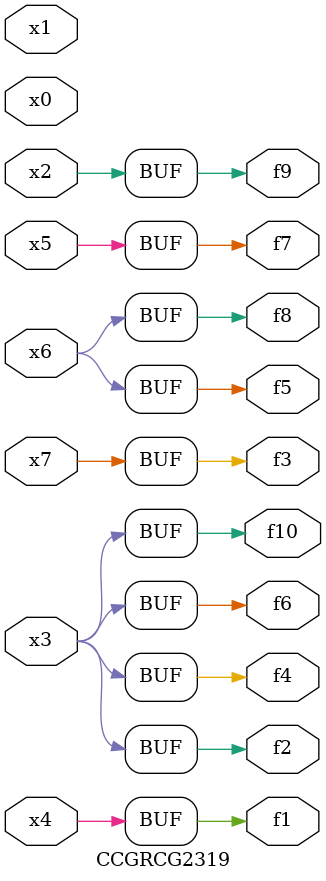
<source format=v>
module CCGRCG2319(
	input x0, x1, x2, x3, x4, x5, x6, x7,
	output f1, f2, f3, f4, f5, f6, f7, f8, f9, f10
);
	assign f1 = x4;
	assign f2 = x3;
	assign f3 = x7;
	assign f4 = x3;
	assign f5 = x6;
	assign f6 = x3;
	assign f7 = x5;
	assign f8 = x6;
	assign f9 = x2;
	assign f10 = x3;
endmodule

</source>
